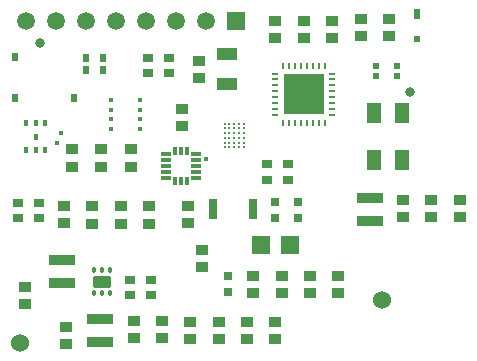
<source format=gbr>
%TF.GenerationSoftware,Altium Limited,Altium Designer,21.9.1 (22)*%
G04 Layer_Color=255*
%FSLAX45Y45*%
%MOMM*%
%TF.SameCoordinates,430BEF64-33ED-46D9-BD69-C1E45A4CD6A6*%
%TF.FilePolarity,Positive*%
%TF.FileFunction,Pads,Top*%
%TF.Part,Single*%
G01*
G75*
%TA.AperFunction,SMDPad,CuDef*%
%ADD10C,0.40000*%
%ADD11R,0.95000X0.80000*%
%ADD12O,0.60000X0.25000*%
%ADD13O,0.25000X0.60000*%
%ADD14R,3.45000X3.45000*%
%ADD15R,0.92500X0.30000*%
%ADD16R,0.30000X0.80000*%
%TA.AperFunction,BGAPad,CuDef*%
%ADD17C,0.23000*%
%TA.AperFunction,SMDPad,CuDef*%
%ADD18R,1.20000X1.80000*%
%ADD19R,1.80000X1.00000*%
%ADD20R,0.60000X0.70000*%
%ADD21R,0.80000X1.70000*%
%ADD22R,1.50000X1.50000*%
G04:AMPARAMS|DCode=23|XSize=1mm|YSize=1.6mm|CornerRadius=0.25mm|HoleSize=0mm|Usage=FLASHONLY|Rotation=90.000|XOffset=0mm|YOffset=0mm|HoleType=Round|Shape=RoundedRectangle|*
%AMROUNDEDRECTD23*
21,1,1.00000,1.10000,0,0,90.0*
21,1,0.50000,1.60000,0,0,90.0*
1,1,0.50000,0.55000,0.25000*
1,1,0.50000,0.55000,-0.25000*
1,1,0.50000,-0.55000,-0.25000*
1,1,0.50000,-0.55000,0.25000*
%
%ADD23ROUNDEDRECTD23*%
G04:AMPARAMS|DCode=24|XSize=0.45mm|YSize=0.3mm|CornerRadius=0.075mm|HoleSize=0mm|Usage=FLASHONLY|Rotation=90.000|XOffset=0mm|YOffset=0mm|HoleType=Round|Shape=RoundedRectangle|*
%AMROUNDEDRECTD24*
21,1,0.45000,0.15000,0,0,90.0*
21,1,0.30000,0.30000,0,0,90.0*
1,1,0.15000,0.07500,0.15000*
1,1,0.15000,0.07500,-0.15000*
1,1,0.15000,-0.07500,-0.15000*
1,1,0.15000,-0.07500,0.15000*
%
%ADD24ROUNDEDRECTD24*%
%TA.AperFunction,BGAPad,CuDef*%
%ADD25R,0.40000X0.40000*%
%TA.AperFunction,SMDPad,CuDef*%
%ADD26R,0.40000X0.55000*%
%ADD27R,0.50000X0.70000*%
%ADD28R,0.57247X0.61535*%
%ADD29R,2.30000X0.85000*%
%ADD30R,0.70000X0.65000*%
%TA.AperFunction,ConnectorPad*%
%ADD31R,2.30000X0.85000*%
%ADD32R,0.95000X0.80000*%
%TA.AperFunction,SMDPad,CuDef*%
%ADD33R,1.05000X0.95000*%
%TA.AperFunction,BGAPad,CuDef*%
%ADD34C,0.15000*%
%TA.AperFunction,SMDPad,CuDef*%
%ADD35R,0.50000X0.90000*%
%ADD36R,0.50000X0.50000*%
%TA.AperFunction,ConnectorPad*%
%ADD37R,1.05000X0.95000*%
%TA.AperFunction,ViaPad*%
%ADD49C,0.80000*%
%ADD50C,1.52400*%
%TA.AperFunction,ComponentPad*%
%ADD51C,1.50000*%
%ADD52R,1.50000X1.50000*%
D10*
X1680000Y1670000D02*
D03*
X420000Y1810000D02*
D03*
X450000Y1890000D02*
D03*
D11*
X1220000Y650000D02*
D03*
Y520000D02*
D03*
X1039574Y650000D02*
D03*
Y520000D02*
D03*
X268298Y1300000D02*
D03*
Y1170000D02*
D03*
X2380000Y1495000D02*
D03*
Y1625000D02*
D03*
X2199575Y1625000D02*
D03*
Y1495000D02*
D03*
X1370000Y2530074D02*
D03*
Y2400074D02*
D03*
X1189575Y2530074D02*
D03*
Y2400074D02*
D03*
D12*
X2750000Y2395000D02*
D03*
Y2345000D02*
D03*
Y2295000D02*
D03*
Y2245000D02*
D03*
Y2195000D02*
D03*
Y2145000D02*
D03*
Y2095000D02*
D03*
Y2045000D02*
D03*
X2270000D02*
D03*
Y2095000D02*
D03*
Y2145000D02*
D03*
Y2195000D02*
D03*
Y2245000D02*
D03*
Y2295000D02*
D03*
Y2345000D02*
D03*
Y2395000D02*
D03*
D13*
X2685000Y1980000D02*
D03*
X2635000D02*
D03*
X2585000D02*
D03*
X2535000D02*
D03*
X2485000D02*
D03*
X2435000D02*
D03*
X2385000D02*
D03*
X2335000D02*
D03*
Y2460000D02*
D03*
X2385000D02*
D03*
X2435000D02*
D03*
X2485000D02*
D03*
X2535000D02*
D03*
X2585000D02*
D03*
X2635000D02*
D03*
X2685000D02*
D03*
D14*
X2510000Y2220000D02*
D03*
D15*
X1341200Y1510000D02*
D03*
Y1710000D02*
D03*
Y1660000D02*
D03*
Y1560000D02*
D03*
Y1610000D02*
D03*
X1598750Y1510000D02*
D03*
Y1710000D02*
D03*
Y1660000D02*
D03*
Y1560000D02*
D03*
Y1610000D02*
D03*
D16*
X1420000Y1737500D02*
D03*
X1470000D02*
D03*
X1520000D02*
D03*
X1420000Y1482500D02*
D03*
X1470000D02*
D03*
X1520000D02*
D03*
D17*
X2000000Y1770000D02*
D03*
X1840000Y1970000D02*
D03*
X1880000D02*
D03*
X1920000D02*
D03*
X1960000D02*
D03*
X2000000D02*
D03*
X1840000Y1930000D02*
D03*
X1880000D02*
D03*
X1920000D02*
D03*
X1960000D02*
D03*
X2000000D02*
D03*
X1840000Y1890000D02*
D03*
Y1850000D02*
D03*
Y1810000D02*
D03*
Y1770000D02*
D03*
X1880000Y1890000D02*
D03*
Y1850000D02*
D03*
Y1810000D02*
D03*
Y1770000D02*
D03*
X1920000Y1890000D02*
D03*
Y1850000D02*
D03*
Y1810000D02*
D03*
Y1770000D02*
D03*
X1960000Y1890000D02*
D03*
Y1850000D02*
D03*
Y1810000D02*
D03*
Y1770000D02*
D03*
X2000000Y1890000D02*
D03*
Y1850000D02*
D03*
Y1810000D02*
D03*
D18*
X3100000Y2060000D02*
D03*
Y1660000D02*
D03*
X3340000D02*
D03*
Y2060000D02*
D03*
D19*
X1860000Y2310000D02*
D03*
Y2560000D02*
D03*
D20*
X806178Y2425491D02*
D03*
X666178D02*
D03*
X806178Y2525491D02*
D03*
X666178D02*
D03*
D21*
X1740000Y1244725D02*
D03*
X2080000D02*
D03*
D22*
X2145000Y940000D02*
D03*
X2395000D02*
D03*
D23*
X800000Y630000D02*
D03*
D24*
X865000Y727500D02*
D03*
X800000D02*
D03*
X735000D02*
D03*
X865000Y532500D02*
D03*
X800000D02*
D03*
X735000D02*
D03*
D25*
X1120000Y2168025D02*
D03*
Y1928025D02*
D03*
X880000Y2088025D02*
D03*
Y2168025D02*
D03*
Y2008025D02*
D03*
X1120000D02*
D03*
X880000Y1928025D02*
D03*
X1120000Y2088025D02*
D03*
D26*
X240000Y1860000D02*
D03*
X320000Y1745000D02*
D03*
X240000D02*
D03*
X160000D02*
D03*
X320000Y1975000D02*
D03*
X240000D02*
D03*
X160000D02*
D03*
D27*
X65433Y2186175D02*
D03*
X565433D02*
D03*
X65433Y2536175D02*
D03*
D28*
X3300000Y2377144D02*
D03*
Y2462856D02*
D03*
X3117327Y2462856D02*
D03*
Y2377144D02*
D03*
D29*
X3070000Y1337500D02*
D03*
Y1142500D02*
D03*
X460000Y815000D02*
D03*
Y620000D02*
D03*
D30*
X2269575Y1307500D02*
D03*
Y1172500D02*
D03*
X2460000Y1307500D02*
D03*
Y1172500D02*
D03*
X1865425Y677500D02*
D03*
Y542500D02*
D03*
D31*
X780000Y125000D02*
D03*
Y320000D02*
D03*
D32*
X87873Y1170000D02*
D03*
Y1300000D02*
D03*
D33*
X790425Y1752500D02*
D03*
Y1607500D02*
D03*
X550000Y1752500D02*
D03*
Y1607500D02*
D03*
X1050000D02*
D03*
Y1752500D02*
D03*
X2561702Y537500D02*
D03*
Y682500D02*
D03*
X1650000Y757500D02*
D03*
Y902500D02*
D03*
X2509998Y2840316D02*
D03*
Y2695316D02*
D03*
X2269573Y2697500D02*
D03*
Y2842500D02*
D03*
X2750424Y2840316D02*
D03*
Y2695316D02*
D03*
X1620000Y2357500D02*
D03*
Y2502500D02*
D03*
X3350000Y1322500D02*
D03*
Y1177500D02*
D03*
X3830851Y1322500D02*
D03*
Y1177500D02*
D03*
X3590425Y1322500D02*
D03*
Y1177500D02*
D03*
X1530000Y1127925D02*
D03*
Y1272925D02*
D03*
X959574Y1125000D02*
D03*
Y1270000D02*
D03*
X1200000D02*
D03*
Y1125000D02*
D03*
X719149D02*
D03*
Y1270000D02*
D03*
X478723Y1125425D02*
D03*
Y1270425D02*
D03*
X1548724Y150000D02*
D03*
Y295000D02*
D03*
X2990849Y2709049D02*
D03*
Y2854049D02*
D03*
X3231275Y2854049D02*
D03*
Y2709049D02*
D03*
X150000Y585000D02*
D03*
Y440000D02*
D03*
X2080851Y682500D02*
D03*
Y537500D02*
D03*
X2802127Y682500D02*
D03*
Y537500D02*
D03*
X2321276Y682500D02*
D03*
Y537500D02*
D03*
X1308298Y300000D02*
D03*
Y155000D02*
D03*
X1067873Y300000D02*
D03*
Y155000D02*
D03*
X2270000Y290000D02*
D03*
Y145000D02*
D03*
X1789149Y295000D02*
D03*
Y150000D02*
D03*
X2029575Y292500D02*
D03*
Y147500D02*
D03*
X1480000Y2092500D02*
D03*
Y1947500D02*
D03*
D34*
X140000Y990000D02*
D03*
X180000D02*
D03*
X140000Y950000D02*
D03*
X180000D02*
D03*
X140000Y910000D02*
D03*
X180000D02*
D03*
X140000Y870000D02*
D03*
X180000D02*
D03*
D35*
X3469849Y2900000D02*
D03*
D36*
Y2690000D02*
D03*
D37*
X500000Y105000D02*
D03*
Y250000D02*
D03*
D49*
X280000Y2650000D02*
D03*
X3410000Y2240000D02*
D03*
D50*
X3170000Y480000D02*
D03*
X110000Y110000D02*
D03*
D51*
X156000Y2840000D02*
D03*
X410000D02*
D03*
X664000D02*
D03*
X918000D02*
D03*
X1172000D02*
D03*
X1426000D02*
D03*
X1680000D02*
D03*
D52*
X1934000D02*
D03*
%TF.MD5,e8a92c6bb5ca31bfe33cefebc2bc06da*%
M02*

</source>
